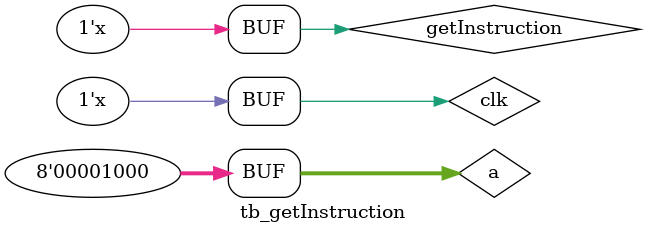
<source format=sv>

`timescale 1 ps / 1 ps

module tb_getInstruction();

logic[7:0] a;
logic[31:0] d;
logic clk, getInstruction;

getInstruction UUT(clk,getInstruction, a,d);

always #1 clk =~ clk;
always #2 getInstruction =~ getInstruction;

initial begin 
	$display("Instruction memory TB...");
	clk =0;
	getInstruction = 0;
	a = 0;
	
	#4
	a = 4;
	
	#4
	a = 8;


end
endmodule



</source>
